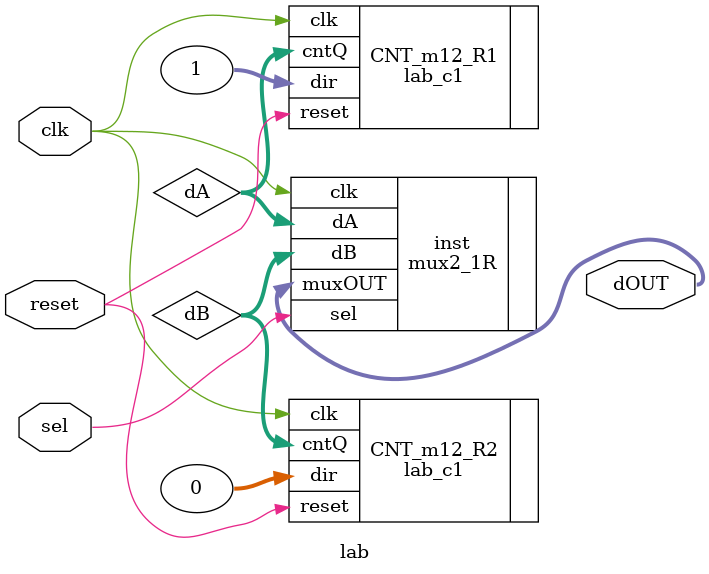
<source format=sv>
module lab (
	input logic clk, reset, sel,
	output reg [4:1] dOUT
);

logic [4:1] dA, dB;

lab_c1 CNT_m12_R1 (
		.clk(clk), .dir(1), .reset(reset),
		.cntQ(dA)
	);

lab_c1 CNT_m12_R2 (
		.clk(clk), .dir(0), .reset(reset),
		.cntQ(dB)
	);

	mux2_1R inst (
		.clk(clk),
		.sel(sel),
		.dA(dA),
		.dB(dB),
		.muxOUT(dOUT)
	);

endmodule

</source>
